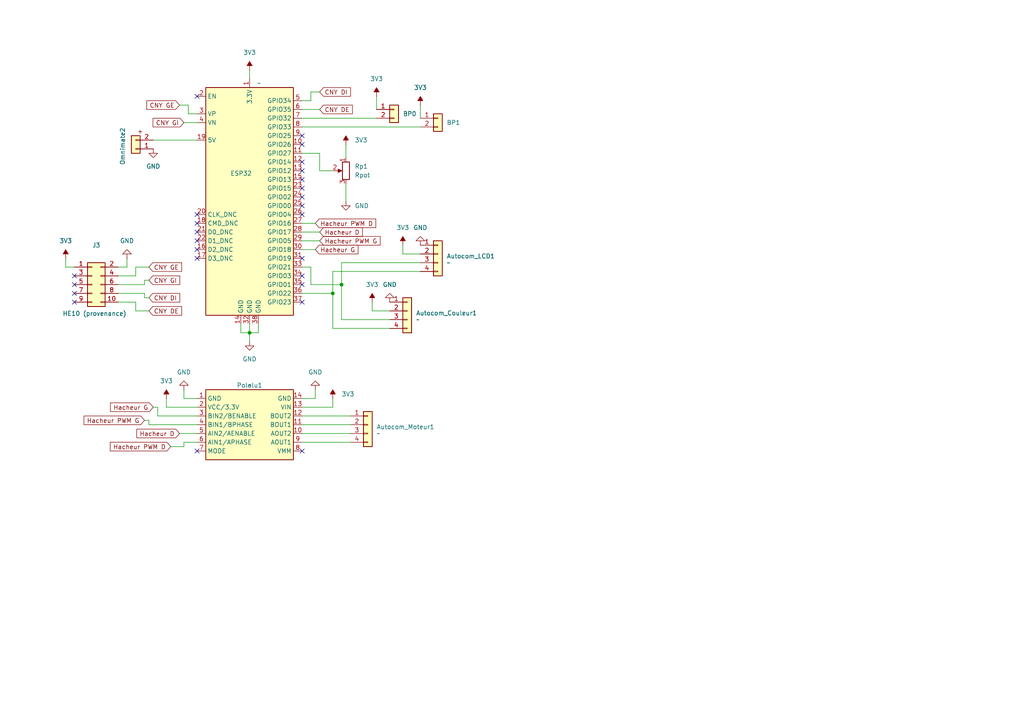
<source format=kicad_sch>
(kicad_sch (version 20231120) (generator "eeschema") (generator_version "8.0")
  (paper "A4")
  (lib_symbols
    (symbol "SymbGamelGe2_v8.0:Autocom2" (pin_names (offset 1.016) hide)
      (property "Reference" "J" (at 0 2.54 0))
      (property "Value" "Autocom2" (at 0 -5.08 0))
      (symbol "Autocom2_1_1"
        (rectangle (start -1.27 -2.413) (end 0 -2.667) (stroke (width 0.1524)))
        (rectangle (start -1.27 0.127) (end 0 -0.127) (stroke (width 0.1524)))
        (rectangle (start -1.27 1.27) (end 1.27 -3.81) (stroke (width 0.254)) (fill (type background)))
        (pin passive line (at -5.08 0 0) (length 3.81) (name "Pin_1") (number "1"))
        (pin passive line (at -5.08 -2.54 0) (length 3.81) (name "Pin_2") (number "2"))
      )
    )
    (symbol "SymbGamelGe2_v8.0:Autocom4" (pin_names (offset 1.016) hide)
      (property "Reference" "J" (at 0 5.08 0))
      (property "Value" "Autocom4" (at 0 -7.62 0))
      (symbol "Autocom4_1_1"
        (rectangle (start -1.27 -4.953) (end 0 -5.207) (stroke (width 0.1524)))
        (rectangle (start -1.27 -2.413) (end 0 -2.667) (stroke (width 0.1524)))
        (rectangle (start -1.27 0.127) (end 0 -0.127) (stroke (width 0.1524)))
        (rectangle (start -1.27 2.667) (end 0 2.413) (stroke (width 0.1524)))
        (rectangle (start -1.27 3.81) (end 1.27 -6.35) (stroke (width 0.254)) (fill (type background)))
        (pin passive line (at -5.08 2.54 0) (length 3.81) (name "Pin_1") (number "1"))
        (pin passive line (at -5.08 0 0) (length 3.81) (name "Pin_2") (number "2"))
        (pin passive line (at -5.08 -2.54 0) (length 3.81) (name "Pin_3") (number "3"))
        (pin passive line (at -5.08 -5.08 0) (length 3.81) (name "Pin_4") (number "4"))
      )
    )
    (symbol "SymbGamelGe2_v8.0:ESP32-WROOM-32"
      (property "Reference" "U" (at -12.7 34.29 0))
      (property "Value" "ESP32-WROOM-32" (at 1.27 34.29 0))
      (symbol "ESP32-WROOM-32_0_1"
        (rectangle (start -12.7 33.02) (end 12.7 -33.02) (stroke (width 0.254)) (fill (type background)))
      )
      (symbol "ESP32-WROOM-32_1_1"
        (pin power_in line (at 0 35.56 270) (length 2.54) (name "3.3V") (number "1"))
        (pin bidirectional line (at 15.24 16.51 180) (length 2.54) (name "GPIO26") (number "10"))
        (pin bidirectional line (at 15.24 13.97 180) (length 2.54) (name "GPIO27") (number "11"))
        (pin bidirectional line (at 15.24 11.43 180) (length 2.54) (name "GPIO14") (number "12"))
        (pin bidirectional line (at 15.24 8.89 180) (length 2.54) (name "GPIO12") (number "13"))
        (pin power_in line (at -2.54 -35.56 90) (length 2.54) (name "GND") (number "14"))
        (pin bidirectional line (at 15.24 6.35 180) (length 2.54) (name "GPIO13") (number "15"))
        (pin bidirectional line (at -15.24 -13.97 0) (length 2.54) (name "D2_DNC") (number "16"))
        (pin bidirectional line (at -15.24 -16.51 0) (length 2.54) (name "D3_DNC") (number "17"))
        (pin bidirectional line (at -15.24 -6.35 0) (length 2.54) (name "CMD_DNC") (number "18"))
        (pin power_in line (at -15.24 17.78 0) (length 2.54) (name "5V") (number "19"))
        (pin input line (at -15.24 30.48 0) (length 2.54) (name "EN") (number "2"))
        (pin bidirectional line (at -15.24 -3.81 0) (length 2.54) (name "CLK_DNC") (number "20"))
        (pin bidirectional line (at -15.24 -8.89 0) (length 2.54) (name "D0_DNC") (number "21"))
        (pin bidirectional line (at -15.24 -11.43 0) (length 2.54) (name "D1_DNC") (number "22"))
        (pin bidirectional line (at 15.24 3.81 180) (length 2.54) (name "GPIO15") (number "23"))
        (pin bidirectional line (at 15.24 1.27 180) (length 2.54) (name "GPIO02") (number "24"))
        (pin bidirectional line (at 15.24 -1.27 180) (length 2.54) (name "GPIO00") (number "25"))
        (pin bidirectional line (at 15.24 -3.81 180) (length 2.54) (name "GPIO04") (number "26"))
        (pin bidirectional line (at 15.24 -6.35 180) (length 2.54) (name "GPIO16") (number "27"))
        (pin bidirectional line (at 15.24 -8.89 180) (length 2.54) (name "GPIO17") (number "28"))
        (pin bidirectional line (at 15.24 -11.43 180) (length 2.54) (name "GPIO05") (number "29"))
        (pin input line (at -15.24 25.4 0) (length 2.54) (name "VP") (number "3"))
        (pin bidirectional line (at 15.24 -13.97 180) (length 2.54) (name "GPIO18") (number "30"))
        (pin bidirectional line (at 15.24 -16.51 180) (length 2.54) (name "GPIO19") (number "31"))
        (pin power_in line (at 0 -35.56 90) (length 2.54) (name "GND") (number "32"))
        (pin bidirectional line (at 15.24 -19.05 180) (length 2.54) (name "GPIO21") (number "33"))
        (pin bidirectional line (at 15.24 -21.59 180) (length 2.54) (name "GPIO03") (number "34"))
        (pin bidirectional line (at 15.24 -24.13 180) (length 2.54) (name "GPIO01") (number "35"))
        (pin bidirectional line (at 15.24 -26.67 180) (length 2.54) (name "GPIO22") (number "36"))
        (pin bidirectional line (at 15.24 -29.21 180) (length 2.54) (name "GPIO23") (number "37"))
        (pin power_in line (at 2.54 -35.56 90) (length 2.54) (name "GND") (number "38"))
        (pin input line (at -15.24 22.86 0) (length 2.54) (name "VN") (number "4"))
        (pin bidirectional line (at 15.24 29.21 180) (length 2.54) (name "GPIO34") (number "5"))
        (pin bidirectional line (at 15.24 26.67 180) (length 2.54) (name "GPIO35") (number "6"))
        (pin bidirectional line (at 15.24 24.13 180) (length 2.54) (name "GPIO32") (number "7"))
        (pin bidirectional line (at 15.24 21.59 180) (length 2.54) (name "GPIO33") (number "8"))
        (pin bidirectional line (at 15.24 19.05 180) (length 2.54) (name "GPIO25") (number "9"))
      )
    )
    (symbol "SymbGamelGe2_v8.0:HE10_02x05" (pin_names (offset 1.016) hide)
      (property "Reference" "J" (at 1.27 7.62 0))
      (property "Value" "HE10_02x05" (at 1.27 -7.62 0))
      (symbol "HE10_02x05_1_1"
        (rectangle (start -1.27 -4.953) (end 0 -5.207) (stroke (width 0.1524)))
        (rectangle (start -1.27 -2.413) (end 0 -2.667) (stroke (width 0.1524)))
        (rectangle (start -1.27 0.127) (end 0 -0.127) (stroke (width 0.1524)))
        (rectangle (start -1.27 2.667) (end 0 2.413) (stroke (width 0.1524)))
        (rectangle (start -1.27 5.207) (end 0 4.953) (stroke (width 0.1524)))
        (rectangle (start -1.27 6.35) (end 3.81 -6.35) (stroke (width 0.254)) (fill (type background)))
        (rectangle (start 3.81 -4.953) (end 2.54 -5.207) (stroke (width 0.1524)))
        (rectangle (start 3.81 -2.413) (end 2.54 -2.667) (stroke (width 0.1524)))
        (rectangle (start 3.81 0.127) (end 2.54 -0.127) (stroke (width 0.1524)))
        (rectangle (start 3.81 2.667) (end 2.54 2.413) (stroke (width 0.1524)))
        (rectangle (start 3.81 5.207) (end 2.54 4.953) (stroke (width 0.1524)))
        (pin passive line (at -5.08 5.08 0) (length 3.81) (name "Pin_1") (number "1"))
        (pin passive line (at 7.62 -5.08 180) (length 3.81) (name "Pin_10") (number "10"))
        (pin passive line (at 7.62 5.08 180) (length 3.81) (name "Pin_2") (number "2"))
        (pin passive line (at -5.08 2.54 0) (length 3.81) (name "Pin_3") (number "3"))
        (pin passive line (at 7.62 2.54 180) (length 3.81) (name "Pin_4") (number "4"))
        (pin passive line (at -5.08 0 0) (length 3.81) (name "Pin_5") (number "5"))
        (pin passive line (at 7.62 0 180) (length 3.81) (name "Pin_6") (number "6"))
        (pin passive line (at -5.08 -2.54 0) (length 3.81) (name "Pin_7") (number "7"))
        (pin passive line (at 7.62 -2.54 180) (length 3.81) (name "Pin_8") (number "8"))
        (pin passive line (at -5.08 -5.08 0) (length 3.81) (name "Pin_9") (number "9"))
      )
    )
    (symbol "SymbGamelGe2_v8.0:Omnimate2" (pin_names (offset 1.016) hide)
      (property "Reference" "J" (at -1.27 2.54 0))
      (property "Value" "Omnimate2" (at 0 -5.08 0))
      (symbol "Omnimate2_0_0"
        (text "+" (at 1.27 2.54 0) (effects (font (size 1.27 1.27))))
      )
      (symbol "Omnimate2_1_1"
        (rectangle (start -1.27 1.27) (end 1.27 -3.81) (stroke (width 0.254)) (fill (type background)))
        (rectangle (start 0 -2.413) (end 1.27 -2.667) (stroke (width 0.1524)))
        (rectangle (start 0 0.127) (end 1.27 -0.127) (stroke (width 0.1524)))
        (pin passive line (at 5.08 -2.54 180) (length 3.81) (name "Pin_1") (number "1"))
        (pin passive line (at 5.08 0 180) (length 3.81) (name "Pin_2") (number "2"))
      )
    )
    (symbol "SymbGamelGe2_v8.0:Pololu_DRV8835"
      (property "Reference" "U" (at -7.874 12.446 0))
      (symbol "Pololu_DRV8835_0_1"
        (rectangle (start -12.7 10.16) (end 12.7 -10.16) (stroke (width 0.254)) (fill (type background)))
      )
      (symbol "Pololu_DRV8835_1_1"
        (pin power_in line (at -15.24 7.62 0) (length 2.54) (name "GND") (number "1"))
        (pin output line (at 15.24 -2.54 180) (length 2.54) (name "AOUT2") (number "10"))
        (pin output line (at 15.24 0 180) (length 2.54) (name "BOUT1") (number "11"))
        (pin output line (at 15.24 2.54 180) (length 2.54) (name "BOUT2") (number "12"))
        (pin power_in line (at 15.24 5.08 180) (length 2.54) (name "VIN") (number "13"))
        (pin power_in line (at 15.24 7.62 180) (length 2.54) (name "GND") (number "14"))
        (pin power_in line (at -15.24 5.08 0) (length 2.54) (name "VCC/3.3V") (number "2"))
        (pin input line (at -15.24 2.54 0) (length 2.54) (name "BIN2/BENABLE") (number "3"))
        (pin input line (at -15.24 0 0) (length 2.54) (name "BIN1/BPHASE") (number "4"))
        (pin input line (at -15.24 -2.54 0) (length 2.54) (name "AIN2/AENABLE") (number "5"))
        (pin input line (at -15.24 -5.08 0) (length 2.54) (name "AIN1/APHASE") (number "6"))
        (pin input line (at -15.24 -7.62 0) (length 2.54) (name "MODE") (number "7"))
        (pin output line (at 15.24 -7.62 180) (length 2.54) (name "VMM") (number "8"))
        (pin output line (at 15.24 -5.08 180) (length 2.54) (name "AOUT1") (number "9"))
      )
    )
    (symbol "SymbGamelGe2_v8.0:Rpot" (pin_names (offset 1.016) hide)
      (property "Reference" "Rp" (at -4.445 0 90))
      (property "Value" "Rpot" (at -2.54 0 90))
      (symbol "Rpot_0_1"
        (polyline (pts (xy 2.54 0) (xy 1.524 0)))
        (polyline (pts (xy 1.143 0) (xy 2.286 0.508) (xy 2.286 -0.508) (xy 1.143 0)) (fill (type outline)))
        (rectangle (start 1.016 2.54) (end -1.016 -2.54) (stroke (width 0.254)))
      )
      (symbol "Rpot_1_1"
        (pin passive line (at 0 3.81 270) (length 1.27) (name "1") (number "1"))
        (pin passive line (at 3.81 0 180) (length 1.27) (name "2") (number "2"))
        (pin passive line (at 0 -3.81 90) (length 1.27) (name "3") (number "3"))
      )
    )
    (symbol "power:-5V" (power) (pin_numbers hide) (pin_names (offset 0) hide)
      (property "Value" "-5V" (at 0 3.556 0))
      (symbol "-5V_0_0"
        (pin power_in line (at 0 0 90) (length 0) (name "~") (number "1"))
      )
      (symbol "-5V_0_1"
        (polyline (pts (xy 0 0) (xy 0 1.27) (xy 0.762 1.27) (xy 0 2.54) (xy -0.762 1.27) (xy 0 1.27)) (fill (type outline)))
      )
    )
    (symbol "power:GND" (power) (pin_numbers hide) (pin_names (offset 0) hide)
      (property "Value" "GND" (at 0 -3.81 0))
      (symbol "GND_0_1"
        (polyline (pts (xy 0 0) (xy 0 -1.27) (xy 1.27 -1.27) (xy 0 -2.54) (xy -1.27 -1.27) (xy 0 -1.27)))
      )
      (symbol "GND_1_1"
        (pin power_in line (at 0 0 270) (length 0) (name "~") (number "1"))
      )
    )
  )
  (junction (at 96.52 85.09))
  (junction (at 72.39 96.52))
  (junction (at 99.06 82.55))
  (no_connect (at 57.15 69.85))
  (no_connect (at 87.63 62.23))
  (no_connect (at 87.63 130.81))
  (no_connect (at 57.15 67.31))
  (no_connect (at 87.63 80.01))
  (no_connect (at 87.63 74.93))
  (no_connect (at 57.15 130.81))
  (no_connect (at 87.63 49.53))
  (no_connect (at 57.15 27.94))
  (no_connect (at 21.59 85.09))
  (no_connect (at 87.63 41.91))
  (no_connect (at 21.59 82.55))
  (no_connect (at 87.63 46.99))
  (no_connect (at 87.63 54.61))
  (no_connect (at 57.15 62.23))
  (no_connect (at 57.15 74.93))
  (no_connect (at 87.63 82.55))
  (no_connect (at 87.63 39.37))
  (no_connect (at 87.63 57.15))
  (no_connect (at 87.63 59.69))
  (no_connect (at 21.59 87.63))
  (no_connect (at 21.59 80.01))
  (no_connect (at 87.63 52.07))
  (no_connect (at 57.15 64.77))
  (no_connect (at 57.15 72.39))
  (no_connect (at 87.63 87.63))
  (wire (pts (xy 43.18 90.17) (xy 39.37 90.17)))
  (wire (pts (xy 52.07 125.73) (xy 57.15 125.73)))
  (wire (pts (xy 87.63 64.77) (xy 91.44 64.77)))
  (wire (pts (xy 74.93 96.52) (xy 72.39 96.52)))
  (wire (pts (xy 41.91 85.09) (xy 34.29 85.09)))
  (wire (pts (xy 44.45 118.11) (xy 45.72 118.11)))
  (wire (pts (xy 43.18 81.28) (xy 41.91 81.28)))
  (wire (pts (xy 53.34 115.57) (xy 53.34 113.03)))
  (wire (pts (xy 48.26 118.11) (xy 57.15 118.11)))
  (wire (pts (xy 96.52 115.57) (xy 96.52 118.11)))
  (wire (pts (xy 19.05 77.47) (xy 21.59 77.47)))
  (wire (pts (xy 87.63 120.65) (xy 101.6 120.65)))
  (wire (pts (xy 87.63 125.73) (xy 101.6 125.73)))
  (wire (pts (xy 87.63 77.47) (xy 90.17 77.47)))
  (wire (pts (xy 92.71 26.67) (xy 90.17 26.67)))
  (wire (pts (xy 90.17 26.67) (xy 90.17 29.21)))
  (wire (pts (xy 69.85 93.98) (xy 69.85 96.52)))
  (wire (pts (xy 109.22 27.94) (xy 109.22 31.75)))
  (wire (pts (xy 92.71 49.53) (xy 96.52 49.53)))
  (wire (pts (xy 43.18 123.19) (xy 57.15 123.19)))
  (wire (pts (xy 87.63 69.85) (xy 92.71 69.85)))
  (wire (pts (xy 44.45 40.64) (xy 57.15 40.64)))
  (wire (pts (xy 72.39 20.32) (xy 72.39 22.86)))
  (wire (pts (xy 90.17 77.47) (xy 90.17 82.55)))
  (wire (pts (xy 100.33 41.91) (xy 100.33 45.72)))
  (wire (pts (xy 69.85 96.52) (xy 72.39 96.52)))
  (wire (pts (xy 41.91 82.55) (xy 34.29 82.55)))
  (wire (pts (xy 36.83 77.47) (xy 34.29 77.47)))
  (wire (pts (xy 53.34 128.27) (xy 57.15 128.27)))
  (wire (pts (xy 113.03 95.25) (xy 96.52 95.25)))
  (wire (pts (xy 90.17 82.55) (xy 99.06 82.55)))
  (wire (pts (xy 87.63 44.45) (xy 92.71 44.45)))
  (wire (pts (xy 53.34 129.54) (xy 53.34 128.27)))
  (wire (pts (xy 53.34 35.56) (xy 57.15 35.56)))
  (wire (pts (xy 121.92 30.48) (xy 121.92 34.29)))
  (wire (pts (xy 92.71 67.31) (xy 87.63 67.31)))
  (wire (pts (xy 45.72 118.11) (xy 45.72 120.65)))
  (wire (pts (xy 41.91 86.36) (xy 41.91 85.09)))
  (wire (pts (xy 43.18 77.47) (xy 39.37 77.47)))
  (wire (pts (xy 19.05 74.93) (xy 19.05 77.47)))
  (wire (pts (xy 54.61 33.02) (xy 57.15 33.02)))
  (wire (pts (xy 54.61 30.48) (xy 54.61 33.02)))
  (wire (pts (xy 99.06 76.2) (xy 99.06 82.55)))
  (wire (pts (xy 72.39 99.06) (xy 72.39 96.52)))
  (wire (pts (xy 92.71 31.75) (xy 87.63 31.75)))
  (wire (pts (xy 116.84 73.66) (xy 121.92 73.66)))
  (wire (pts (xy 39.37 80.01) (xy 34.29 80.01)))
  (wire (pts (xy 36.83 74.93) (xy 36.83 77.47)))
  (wire (pts (xy 107.95 90.17) (xy 113.03 90.17)))
  (wire (pts (xy 57.15 115.57) (xy 53.34 115.57)))
  (wire (pts (xy 41.91 121.92) (xy 43.18 121.92)))
  (wire (pts (xy 90.17 29.21) (xy 87.63 29.21)))
  (wire (pts (xy 74.93 93.98) (xy 74.93 96.52)))
  (wire (pts (xy 52.07 30.48) (xy 54.61 30.48)))
  (wire (pts (xy 49.53 129.54) (xy 53.34 129.54)))
  (wire (pts (xy 87.63 115.57) (xy 91.44 115.57)))
  (wire (pts (xy 87.63 72.39) (xy 91.44 72.39)))
  (wire (pts (xy 87.63 34.29) (xy 109.22 34.29)))
  (wire (pts (xy 87.63 128.27) (xy 101.6 128.27)))
  (wire (pts (xy 48.26 115.57) (xy 48.26 118.11)))
  (wire (pts (xy 87.63 123.19) (xy 101.6 123.19)))
  (wire (pts (xy 41.91 81.28) (xy 41.91 82.55)))
  (wire (pts (xy 107.95 87.63) (xy 107.95 90.17)))
  (wire (pts (xy 39.37 77.47) (xy 39.37 80.01)))
  (wire (pts (xy 39.37 87.63) (xy 34.29 87.63)))
  (wire (pts (xy 96.52 78.74) (xy 121.92 78.74)))
  (wire (pts (xy 100.33 58.42) (xy 100.33 53.34)))
  (wire (pts (xy 87.63 36.83) (xy 121.92 36.83)))
  (wire (pts (xy 43.18 121.92) (xy 43.18 123.19)))
  (wire (pts (xy 99.06 76.2) (xy 121.92 76.2)))
  (wire (pts (xy 39.37 90.17) (xy 39.37 87.63)))
  (wire (pts (xy 87.63 85.09) (xy 96.52 85.09)))
  (wire (pts (xy 116.84 71.12) (xy 116.84 73.66)))
  (wire (pts (xy 99.06 92.71) (xy 99.06 82.55)))
  (wire (pts (xy 45.72 120.65) (xy 57.15 120.65)))
  (wire (pts (xy 113.03 92.71) (xy 99.06 92.71)))
  (wire (pts (xy 92.71 44.45) (xy 92.71 49.53)))
  (wire (pts (xy 87.63 118.11) (xy 96.52 118.11)))
  (wire (pts (xy 43.18 86.36) (xy 41.91 86.36)))
  (wire (pts (xy 72.39 96.52) (xy 72.39 93.98)))
  (wire (pts (xy 91.44 115.57) (xy 91.44 113.03)))
  (wire (pts (xy 96.52 95.25) (xy 96.52 85.09)))
  (wire (pts (xy 96.52 78.74) (xy 96.52 85.09)))
  (global_label "CNY GI" (shape input) (at 43.18 81.28 0) (property "Intersheetrefs" "${INTERSHEET_REFS}" (effects (hide yes))))
  (global_label "CNY GE" (shape input) (at 43.18 77.47 0) (property "Intersheetrefs" "${INTERSHEET_REFS}" (effects (hide yes))))
  (global_label "CNY GE" (shape input) (at 52.07 30.48 180) (property "Intersheetrefs" "${INTERSHEET_REFS}" (effects (hide yes))))
  (global_label "Hacheur G" (shape input) (at 91.44 72.39 0) (property "Intersheetrefs" "${INTERSHEET_REFS}" (effects (hide yes))))
  (global_label "Hacheur PWM G" (shape input) (at 92.71 69.85 0) (property "Intersheetrefs" "${INTERSHEET_REFS}" (effects (hide yes))))
  (global_label "CNY DE" (shape input) (at 92.71 31.75 0) (property "Intersheetrefs" "${INTERSHEET_REFS}" (effects (hide yes))))
  (global_label "CNY DI" (shape input) (at 43.18 86.36 0) (property "Intersheetrefs" "${INTERSHEET_REFS}" (effects (hide yes))))
  (global_label "Hacheur PWM G" (shape input) (at 41.91 121.92 180) (property "Intersheetrefs" "${INTERSHEET_REFS}" (effects (hide yes))))
  (global_label "Hacheur G" (shape input) (at 44.45 118.11 180) (property "Intersheetrefs" "${INTERSHEET_REFS}" (effects (hide yes))))
  (global_label "Hacheur D" (shape input) (at 52.07 125.73 180) (property "Intersheetrefs" "${INTERSHEET_REFS}" (effects (hide yes))))
  (global_label "Hacheur PWM D" (shape input) (at 91.44 64.77 0) (property "Intersheetrefs" "${INTERSHEET_REFS}" (effects (hide yes))))
  (global_label "Hacheur D" (shape input) (at 92.71 67.31 0) (property "Intersheetrefs" "${INTERSHEET_REFS}" (effects (hide yes))))
  (global_label "Hacheur PWM D" (shape input) (at 49.53 129.54 180) (property "Intersheetrefs" "${INTERSHEET_REFS}" (effects (hide yes))))
  (global_label "CNY DE" (shape input) (at 43.18 90.17 0) (property "Intersheetrefs" "${INTERSHEET_REFS}" (effects (hide yes))))
  (global_label "CNY GI" (shape input) (at 53.34 35.56 180) (property "Intersheetrefs" "${INTERSHEET_REFS}" (effects (hide yes))))
  (global_label "CNY DI" (shape input) (at 92.71 26.67 0) (property "Intersheetrefs" "${INTERSHEET_REFS}" (effects (hide yes))))
  (symbol (lib_id "power:GND") (at 121.92 71.12 180) (unit 1)
    (property "Reference" "#PWR015" (effects (hide yes)))
    (property "Value" "GND" (at 121.92 66.04 0))
    (property "Description" "Power symbol creates a global label with name \"GND\" , ground" (effects (hide yes)))
  )
  (symbol (lib_id "SymbGamelGe2_v8.0:Autocom4") (at 106.68 123.19 0) (unit 1)
    (property "Reference" "Autocom_Moteur1" (at 109.22 123.8249 0) (effects (justify left)))
    (property "Value" "~" (at 109.22 125.73 0) (effects (justify left)))
    (property "Footprint" "FootprintGamelGe2_v8.0:Autocom4" (effects (hide yes)))
    (property "Description" "Autocom HE14 connector, single row, 01x04" (effects (hide yes)))
  )
  (symbol (lib_id "power:GND") (at 44.45 43.18 0) (unit 1)
    (property "Reference" "#PWR04" (effects (hide yes)))
    (property "Value" "GND" (at 44.45 48.26 0))
    (property "Description" "Power symbol creates a global label with name \"GND\" , ground" (effects (hide yes)))
  )
  (symbol (lib_id "SymbGamelGe2_v8.0:Autocom4") (at 127 73.66 0) (unit 1)
    (property "Reference" "Autocom_LCD1" (at 129.54 74.2949 0) (effects (justify left)))
    (property "Value" "~" (at 129.54 76.2 0) (effects (justify left)))
    (property "Footprint" "FootprintGamelGe2_v8.0:Autocom4" (effects (hide yes)))
    (property "Description" "Autocom HE14 connector, single row, 01x04" (effects (hide yes)))
  )
  (symbol (lib_id "SymbGamelGe2_v8.0:ESP32-WROOM-32") (at 72.39 58.42 0) (unit 1)
    (property "Reference" "ESP32" (at 66.802 50.292 0) (effects (justify left)))
    (property "Value" "~" (at 74.5841 24.13 0) (effects (justify left)))
    (property "Footprint" "FootprintGamelGe2_v8.0:ESP32_Module_38_pins_28mm_Wide" (effects (hide yes)))
    (property "Description" "RF Module, ESP32-D0WDQ6 SoC, Wi-Fi 802.11b/g/n, Bluetooth, BLE, 32-bit, 2.7-3.6V, onboard antenna, SMD" (effects (hide yes)))
  )
  (symbol (lib_id "power:-5V") (at 96.52 115.57 0) (unit 1)
    (property "Reference" "#PWR010" (effects (hide yes)))
    (property "Value" "3V3" (at 99.06 114.2999 0) (effects (justify left)))
    (property "Description" "Power symbol creates a global label with name \"-5V\"" (effects (hide yes)))
  )
  (symbol (lib_id "power:-5V") (at 116.84 71.12 0) (unit 1)
    (property "Reference" "#PWR014" (effects (hide yes)))
    (property "Value" "3V3" (at 116.84 66.04 0))
    (property "Description" "Power symbol creates a global label with name \"-5V\"" (effects (hide yes)))
  )
  (symbol (lib_id "power:-5V") (at 107.95 87.63 0) (unit 1)
    (property "Reference" "#PWR016" (effects (hide yes)))
    (property "Value" "3V3" (at 107.95 82.55 0))
    (property "Description" "Power symbol creates a global label with name \"-5V\"" (effects (hide yes)))
  )
  (symbol (lib_id "power:-5V") (at 19.05 74.93 0) (unit 1)
    (property "Reference" "#PWR013" (effects (hide yes)))
    (property "Value" "3V3" (at 19.05 69.85 0))
    (property "Description" "Power symbol creates a global label with name \"-5V\"" (effects (hide yes)))
  )
  (symbol (lib_id "power:-5V") (at 48.26 115.57 0) (unit 1)
    (property "Reference" "#PWR011" (effects (hide yes)))
    (property "Value" "3V3" (at 48.26 110.49 0))
    (property "Description" "Power symbol creates a global label with name \"-5V\"" (effects (hide yes)))
  )
  (symbol (lib_id "SymbGamelGe2_v8.0:Autocom2") (at 114.3 31.75 0) (unit 1)
    (property "Reference" "BP0" (at 116.84 33.0199 0) (effects (justify left)))
    (property "Value" "Autocom2" (effects (hide yes)))
    (property "Footprint" "FootprintGamelGe2_v8.0:Autocom2" (effects (hide yes)))
    (property "Description" "Autocom HE14 connector, single row, 01x02" (effects (hide yes)))
  )
  (symbol (lib_id "power:-5V") (at 109.22 27.94 0) (unit 1)
    (property "Reference" "#PWR018" (effects (hide yes)))
    (property "Value" "3V3" (at 109.22 22.86 0))
    (property "Description" "Power symbol creates a global label with name \"-5V\"" (effects (hide yes)))
  )
  (symbol (lib_id "power:GND") (at 113.03 87.63 180) (unit 1)
    (property "Reference" "#PWR017" (effects (hide yes)))
    (property "Value" "GND" (at 113.03 82.55 0))
    (property "Description" "Power symbol creates a global label with name \"GND\" , ground" (effects (hide yes)))
  )
  (symbol (lib_id "power:GND") (at 36.83 74.93 180) (unit 1)
    (property "Reference" "#PWR012" (effects (hide yes)))
    (property "Value" "GND" (at 36.83 69.85 0))
    (property "Description" "Power symbol creates a global label with name \"GND\" , ground" (effects (hide yes)))
  )
  (symbol (lib_id "SymbGamelGe2_v8.0:Autocom2") (at 127 34.29 0) (unit 1)
    (property "Reference" "BP1" (at 129.54 35.5599 0) (effects (justify left)))
    (property "Value" "Autocom2" (effects (hide yes)))
    (property "Footprint" "FootprintGamelGe2_v8.0:Autocom2" (effects (hide yes)))
    (property "Description" "Autocom HE14 connector, single row, 01x02" (effects (hide yes)))
  )
  (symbol (lib_id "power:GND") (at 53.34 113.03 180) (unit 1)
    (property "Reference" "#PWR01" (effects (hide yes)))
    (property "Value" "GND" (at 53.34 107.95 0))
    (property "Description" "Power symbol creates a global label with name \"GND\" , ground" (effects (hide yes)))
  )
  (symbol (lib_id "SymbGamelGe2_v8.0:HE10_02x05") (at 26.67 82.55 0) (unit 1)
    (property "Reference" "J3" (at 27.94 71.12 0))
    (property "Value" "HE10 (provenance)" (at 27.432 90.932 0))
    (property "Footprint" "FootprintGamelGe2_v8.0:HE10_2x05_P2.54mm" (effects (hide yes)))
    (property "Description" "HE10_02x05" (effects (hide yes)))
  )
  (symbol (lib_id "SymbGamelGe2_v8.0:Rpot") (at 100.33 49.53 0) (mirror y) (unit 1)
    (property "Reference" "Rp1" (at 102.87 48.2599 0) (effects (justify right)))
    (property "Value" "Rpot" (at 102.87 50.7999 0) (effects (justify right)))
    (property "Footprint" "FootprintGamelGe2_v8.0:Potentiometer_ACP_CA9-V10_Vertical" (effects (hide yes)))
    (property "Description" "Potentiometer" (effects (hide yes)))
  )
  (symbol (lib_id "SymbGamelGe2_v8.0:Pololu_DRV8835") (at 72.39 123.19 0) (unit 1)
    (property "Reference" "Pololu1" (at 72.39 111.76 0))
    (property "Value" "~" (at 72.39 111.76 0))
    (property "Footprint" "FootprintGamelGe2_v8.0:Pololu_DRV8835" (effects (hide yes)))
  )
  (symbol (lib_id "power:GND") (at 91.44 113.03 180) (unit 1)
    (property "Reference" "#PWR03" (effects (hide yes)))
    (property "Value" "GND" (at 91.44 107.95 0))
    (property "Description" "Power symbol creates a global label with name \"GND\" , ground" (effects (hide yes)))
  )
  (symbol (lib_id "SymbGamelGe2_v8.0:Omnimate2") (at 39.37 40.64 0) (unit 1)
    (property "Reference" "J1" (effects (hide yes)))
    (property "Value" "Omnimate2" (at 35.56 42.418 90))
    (property "Footprint" "FootprintGamelGe2_v8.0:OmnimateSL-5,08_1x02_P5.08mm_Vertical" (effects (hide yes)))
    (property "Description" "Connector BL/SL 5.08, single row, 01x02, power supply connector" (effects (hide yes)))
  )
  (symbol (lib_id "power:-5V") (at 100.33 41.91 0) (unit 1)
    (property "Reference" "#PWR06" (effects (hide yes)))
    (property "Value" "3V3" (at 102.87 40.6399 0) (effects (justify left)))
    (property "Description" "Power symbol creates a global label with name \"-5V\"" (effects (hide yes)))
  )
  (symbol (lib_id "power:GND") (at 100.33 58.42 0) (unit 1)
    (property "Reference" "#PWR09" (effects (hide yes)))
    (property "Value" "GND" (at 102.87 59.6899 0) (effects (justify left)))
    (property "Description" "Power symbol creates a global label with name \"GND\" , ground" (effects (hide yes)))
  )
  (symbol (lib_id "power:-5V") (at 72.39 20.32 0) (unit 1)
    (property "Reference" "#PWR07" (effects (hide yes)))
    (property "Value" "3V3" (at 72.39 15.24 0))
    (property "Description" "Power symbol creates a global label with name \"-5V\"" (effects (hide yes)))
  )
  (symbol (lib_id "power:GND") (at 72.39 99.06 0) (unit 1)
    (property "Reference" "#PWR02" (effects (hide yes)))
    (property "Value" "GND" (at 72.39 104.14 0))
    (property "Description" "Power symbol creates a global label with name \"GND\" , ground" (effects (hide yes)))
  )
  (symbol (lib_id "power:-5V") (at 121.92 30.48 0) (unit 1)
    (property "Reference" "#PWR019" (effects (hide yes)))
    (property "Value" "3V3" (at 121.92 25.4 0))
    (property "Description" "Power symbol creates a global label with name \"-5V\"" (effects (hide yes)))
  )
  (symbol (lib_id "SymbGamelGe2_v8.0:Autocom4") (at 118.11 90.17 0) (unit 1)
    (property "Reference" "Autocom_Couleur1" (at 120.65 90.8049 0) (effects (justify left)))
    (property "Value" "~" (at 120.65 92.71 0) (effects (justify left)))
    (property "Footprint" "FootprintGamelGe2_v8.0:Autocom4" (effects (hide yes)))
    (property "Description" "Autocom HE14 connector, single row, 01x04" (effects (hide yes)))
  )
)
</source>
